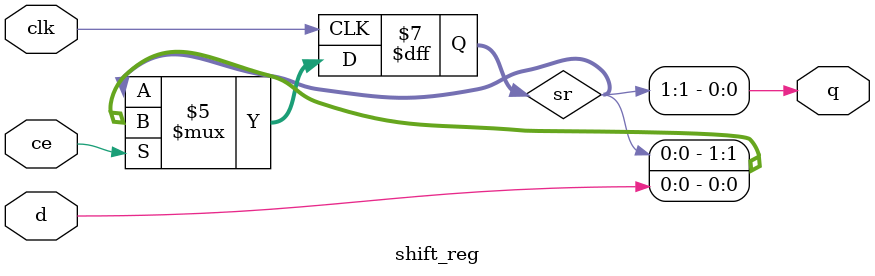
<source format=v>
`timescale 1ns/100ps
/*
 * Module      : verilog/rmw_address_unit.v
 * Copyright   : (C) Tim Molteno     2016
 *             : (C) Max Scheel      2016
 *             : (C) Patrick Suggate 2016
 * License     : LGPL3
 * 
 * Maintainer  : Patrick Suggate <patrick.suggate@gmail.com>
 * Stability   : Experimental
 * Portability : only tested with Icarus Verilog
 * 
 * Generate the addresses for a sequential, Read-Modify-Write (RMW)
 * operations.
 * 
 * 
 * NOTE:
 * 
 * Changelog:
 *  + 01/08/2016  --  initial file;
 * 
 */

module rmw_address_unit
  #( parameter ABITS = 4,
     parameter ASB   = ABITS-1,
     parameter LOWER = 0,
     parameter UPPER = 11,
     parameter STEPS = 3,
     parameter DELAY = 3)
   (
    input              clk_i,
    input              rst_i,
    input              ce_i,
    output reg         vld_o = 0,
    output reg [ASB:0] rd_adr_o = LOWER,
    output             rd_wrap_o,
    output reg [ASB:0] wr_adr_o,
    output             wr_wrap_o
    );

   wire [ASB:0]        next_rd_adr = rd_wrap_o ? LOWER : rd_adr_o + 1;
   wire                rd_wrap_o = rd_adr_o == UPPER;
   wire                wr_wrap_o = wr_adr_o == UPPER;
   wire [ASB:0]        wt_adr;

   always @(posedge clk_i)
     if (rst_i)     rd_adr_o <= #DELAY LOWER;
     else if (ce_i) rd_adr_o <= #DELAY next_rd_adr;
     else           rd_adr_o <= #DELAY rd_adr_o;

   always @(posedge clk_i) begin
      vld_o    <= #DELAY ce;
      wr_adr_o <= #DELAY wt_adr;
//       wr_adr_o <= #DELAY ce ? wt_adr : wr_adr_o;
   end


   //-------------------------------------------------------------------------
   //  Generate output-valid signals.
   //-------------------------------------------------------------------------
   shift_reg
     #( .STEPS(STEPS-2)) CE0
       (.clk(clk_i), .ce(1'b1), .d(ce_i), .q(ce));


   //-------------------------------------------------------------------------
   //  Wait-state addresses.
   //-------------------------------------------------------------------------
   shift_reg
     #( .STEPS(STEPS-2)) WT0 [ASB:0]
       (.clk(clk_i), .ce(1'b1), .d(rd_adr_o), .q(wt_adr));


endmodule // rmw_address_unit

module shift_reg
  #(parameter STEPS = 2,
    parameter INIT  = {STEPS{1'b0}},
    parameter MSB   = STEPS-1,
    parameter DELAY = 3)
   (
    input  clk,
    input  ce,
    input  d,
    output q
    );

   reg [MSB:0] sr = INIT;
   reg         x;

   assign q = sr[MSB];

   always @(posedge clk)
     if (ce) {x, sr} <= #DELAY {sr, d};

endmodule // shift_reg

</source>
